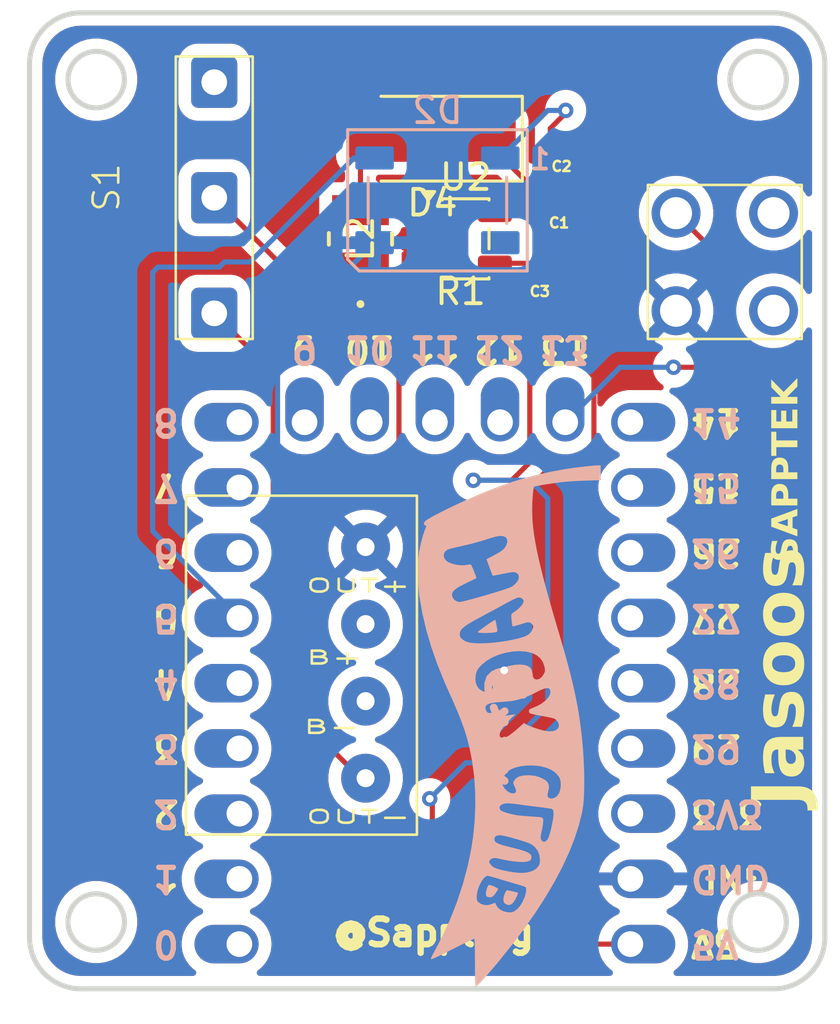
<source format=kicad_pcb>
(kicad_pcb (version 20241229) (generator "pcbnew") (generator_version "9.0")
  (layers (0 "F.Cu" signal) (2 "B.Cu" signal) (13 "F.Paste" user) (15 "B.Paste" user) (5 "F.SilkS" user "F.Silkscreen") (7 "B.SilkS" user "B.Silkscreen") (1 "F.Mask" user) (3 "B.Mask" user) (25 "Edge.Cuts" user))
  (net 0 "")
  (net 1 "5V")
  (net 2 "GND")
  (net 3 "Net-(C3-Pad1)")
  (net 5 "LED DIN")
  (net 6 "Net-(D4-A)")
  (net 7 "Net-(L2-Pad1)")
  (net 8 "Net-(TP1-OUT+)")
  (net 10 "-BATT")
  (net 11 "+BATT")
  (net 13 "MOSI")
  (net 18 "SD")
  (net 19 "3.3V")
  (net 21 "pushPin")
  (net 22 "WS")
  (net 24 "CS")
  (net 25 "MISO")
  (net 29 "SCK2")
  (net 30 "SCK")
  (footprint "GRM21BZ71A226ME15L:CAPC2012X145N" (layer "F.Cu") (at 166.5 59.5)
    (property "Reference" "C1" (at -0.46 -1.32 0) (layer "F.SilkS") (effects (font (size 0.393701 0.393701))))
    (property "Value" "22 µF")
    (pad "1" smd rect (at -0.9 0) (size 1.11 1.47) (layers "F.Cu" "F.Mask" "F.Paste") (net 1 "5V"))
    (pad "2" smd rect (at 0.9 0) (size 1.11 1.47) (layers "F.Cu" "F.Mask" "F.Paste") (net 2 "GND"))
  )
  (footprint "ScottoKeebs_MCU:RP2040_Zero" (layer "F.Cu") (at 161.2 76.1 180)
    (property "Reference" "U1" (hide yes))
    (property "Value" "RP2040_Zero" (hide yes))
    (fp_text user "10" (at 2.54 12.41 180) (layer "F.SilkS") (effects (font (thickness 0.2) (bold yes)) (justify top)))
    (fp_text user "28" (at -9.87 0 180) (layer "F.SilkS") (effects (font (thickness 0.2) (bold yes)) (justify right)))
    (fp_text user "0" (at 9.87 -10.16 180) (layer "F.SilkS") (effects (font (thickness 0.2) (bold yes)) (justify left)))
    (fp_text user "7" (at 9.87 7.62 180) (layer "F.SilkS") (effects (font (thickness 0.2) (bold yes)) (justify left)))
    (fp_text user "9" (at 5.08 12.41 180) (layer "F.SilkS") (effects (font (thickness 0.2) (bold yes)) (justify top)))
    (fp_text user "1" (at 9.87 -7.62 180) (layer "F.SilkS") (effects (font (thickness 0.2) (bold yes)) (justify left)))
    (fp_text user "3" (at 9.87 -2.54 180) (layer "F.SilkS") (effects (font (thickness 0.2) (bold yes)) (justify left)))
    (fp_text user "3V3" (at -9.87 -5.08 180) (layer "F.SilkS") (effects (font (thickness 0.2) (bold yes)) (justify right)))
    (fp_text user "13" (at -5.08 12.41 180) (layer "F.SilkS") (effects (font (thickness 0.2) (bold yes)) (justify top)))
    (fp_text user "GND" (at -9.87 -7.62 180) (layer "F.SilkS") (effects (font (thickness 0.2) (bold yes)) (justify right)))
    (fp_text user "5" (at 9.87 2.54 180) (layer "F.SilkS") (effects (font (thickness 0.2) (bold yes)) (justify left)))
    (fp_text user "4" (at 9.87 0 180) (layer "F.SilkS") (effects (font (thickness 0.2) (bold yes)) (justify left)))
    (fp_text user "2" (at 9.87 -5.08 180) (layer "F.SilkS") (effects (font (thickness 0.2) (bold yes)) (justify left)))
    (fp_text user "14" (at -9.87 10.16 180) (layer "F.SilkS") (effects (font (thickness 0.2) (bold yes)) (justify right)))
    (fp_text user "8" (at 9.87 10.16 180) (layer "F.SilkS") (effects (font (thickness 0.2) (bold yes)) (justify left)))
    (fp_text user "12" (at -2.5 12.41 180) (layer "F.SilkS") (effects (font (thickness 0.2) (bold yes)) (justify top)))
    (fp_text user "15" (at -9.87 7.62 180) (layer "F.SilkS") (effects (font (thickness 0.2) (bold yes)) (justify right)))
    (fp_text user "26" (at -9.879098 5.080992 180) (layer "F.SilkS") (effects (font (thickness 0.2) (bold yes)) (justify right)))
    (fp_text user "11" (at 0 12.41 180) (layer "F.SilkS") (effects (font (thickness 0.2) (bold yes)) (justify top)))
    (fp_text user "27" (at -9.87 2.54 180) (layer "F.SilkS") (effects (font (thickness 0.2) (bold yes)) (justify right)))
    (fp_text user "5V" (at -9.87 -10.12 180) (layer "F.SilkS") (effects (font (thickness 0.2) (bold yes)) (justify right)))
    (fp_text user "29" (at -9.87 -2.54 180) (layer "F.SilkS") (effects (font (thickness 0.2) (bold yes)) (justify right)))
    (fp_text user "6" (at 9.87 5.08 180) (layer "F.SilkS") (effects (font (thickness 0.2) (bold yes)) (justify left)))
    (fp_text user "5V" (at -9.879098 -10.16 180) (layer "B.SilkS") (effects (font (thickness 0.2) (bold yes)) (justify left mirror)))
    (fp_text user "2" (at 9.87 -5.08 180) (layer "B.SilkS") (effects (font (thickness 0.2) (bold yes)) (justify right mirror)))
    (fp_text user "5" (at 9.87 2.54 180) (layer "B.SilkS") (effects (font (thickness 0.2) (bold yes)) (justify right mirror)))
    (fp_text user "10" (at 2.54 12.41 180) (layer "B.SilkS") (effects (font (thickness 0.2) (bold yes)) (justify top mirror)))
    (fp_text user "26" (at -9.87 5.080992 180) (layer "B.SilkS") (effects (font (thickness 0.2) (bold yes)) (justify left mirror)))
    (fp_text user "11" (at 0 12.41 180) (layer "B.SilkS") (effects (font (thickness 0.2) (bold yes)) (justify top mirror)))
    (fp_text user "9" (at 5.08 12.41 180) (layer "B.SilkS") (effects (font (thickness 0.2) (bold yes)) (justify top mirror)))
    (fp_text user "1" (at 9.87 -7.62 180) (layer "B.SilkS") (effects (font (thickness 0.2) (bold yes)) (justify right mirror)))
    (fp_text user "3" (at 9.87 -2.54 180) (layer "B.SilkS") (effects (font (thickness 0.2) (bold yes)) (justify right mirror)))
    (fp_text user "GND" (at -9.879098 -7.62 180) (layer "B.SilkS") (effects (font (thickness 0.2) (bold yes)) (justify left mirror)))
    (fp_text user "12" (at -2.54 12.41 180) (layer "B.SilkS") (effects (font (thickness 0.2) (bold yes)) (justify top mirror)))
    (fp_text user "29" (at -9.879098 -2.54 180) (layer "B.SilkS") (effects (font (thickness 0.2) (bold yes)) (justify left mirror)))
    (fp_text user "3V3" (at -9.879098 -5.08 180) (layer "B.SilkS") (effects (font (thickness 0.2) (bold yes)) (justify left mirror)))
    (fp_text user "14" (at -9.879098 10.16 180) (layer "B.SilkS") (effects (font (thickness 0.2) (bold yes)) (justify left mirror)))
    (fp_text user "8" (at 9.87 10.16 180) (layer "B.SilkS") (effects (font (thickness 0.2) (bold yes)) (justify right mirror)))
    (fp_text user "6" (at 9.87 5.08 180) (layer "B.SilkS") (effects (font (thickness 0.2) (bold yes)) (justify right mirror)))
    (fp_text user "28" (at -9.879098 0 180) (layer "B.SilkS") (effects (font (thickness 0.2) (bold yes)) (justify left mirror)))
    (fp_text user "7" (at 9.87 7.62 180) (layer "B.SilkS") (effects (font (thickness 0.2) (bold yes)) (justify right mirror)))
    (fp_text user "15" (at -9.879098 7.62 180) (layer "B.SilkS") (effects (font (thickness 0.2) (bold yes)) (justify left mirror)))
    (fp_text user "27" (at -9.879098 2.54 180) (layer "B.SilkS") (effects (font (thickness 0.2) (bold yes)) (justify left mirror)))
    (fp_text user "4" (at 9.87 0 180) (layer "B.SilkS") (effects (font (thickness 0.2) (bold yes)) (justify right mirror)))
    (fp_text user "13" (at -5.04 12.41 180) (layer "B.SilkS") (effects (font (thickness 0.2) (bold yes)) (justify top mirror)))
    (fp_text user "0" (at 9.87 -10.16 180) (layer "B.SilkS") (effects (font (thickness 0.2) (bold yes)) (justify right mirror)))
    (pad "1" thru_hole oval (at 7.62 -10.16) (size 2.5 1.5) (drill 1 (offset -0.5 0)) (layers "*.Cu" "*.Mask"))
    (pad "2" thru_hole oval (at 7.62 -7.62) (size 2.5 1.5) (drill 1 (offset -0.5 0)) (layers "*.Cu" "*.Mask") (net 24 "CS"))
    (pad "3" thru_hole oval (at 7.62 -5.08) (size 2.5 1.5) (drill 1 (offset -0.5 0)) (layers "*.Cu" "*.Mask") (net 30 "SCK"))
    (pad "4" thru_hole oval (at 7.62 -2.54) (size 2.5 1.5) (drill 1 (offset -0.5 0)) (layers "*.Cu" "*.Mask") (net 13 "MOSI"))
    (pad "5" thru_hole oval (at 7.62 0) (size 2.5 1.5) (drill 1 (offset -0.5 0)) (layers "*.Cu" "*.Mask") (net 25 "MISO"))
    (pad "6" thru_hole oval (at 7.62 2.54) (size 2.5 1.5) (drill 1 (offset -0.5 0)) (layers "*.Cu" "*.Mask") (net 5 "LED DIN"))
    (pad "7" thru_hole oval (at 7.62 5.08) (size 2.5 1.5) (drill 1 (offset -0.5 0)) (layers "*.Cu" "*.Mask") (net 29 "SCK2"))
    (pad "8" thru_hole oval (at 7.62 7.62) (size 2.5 1.5) (drill 1 (offset -0.5 0)) (layers "*.Cu" "*.Mask"))
    (pad "9" thru_hole oval (at 7.62 10.16) (size 2.5 1.5) (drill 1 (offset -0.5 0)) (layers "*.Cu" "*.Mask"))
    (pad "10" thru_hole oval (at 5.08 10.16 270) (size 2.5 1.5) (drill 1 (offset -0.5 0)) (layers "*.Cu" "*.Mask"))
    (pad "11" thru_hole oval (at 2.54 10.16 270) (size 2.5 1.5) (drill 1 (offset -0.5 0)) (layers "*.Cu" "*.Mask"))
    (pad "12" thru_hole oval (at 0 10.16 270) (size 2.5 1.5) (drill 1 (offset -0.5 0)) (layers "*.Cu" "*.Mask") (net 22 "WS"))
    (pad "13" thru_hole oval (at -2.54 10.16 270) (size 2.5 1.5) (drill 1 (offset -0.5 0)) (layers "*.Cu" "*.Mask") (net 18 "SD"))
    (pad "14" thru_hole oval (at -5.08 10.16 270) (size 2.5 1.5) (drill 1 (offset -0.5 0)) (layers "*.Cu" "*.Mask") (net 21 "pushPin"))
    (pad "15" thru_hole oval (at -7.62 10.16 180) (size 2.5 1.5) (drill 1 (offset -0.5 0)) (layers "*.Cu" "*.Mask"))
    (pad "16" thru_hole oval (at -7.62 7.62 180) (size 2.5 1.5) (drill 1 (offset -0.5 0)) (layers "*.Cu" "*.Mask"))
    (pad "17" thru_hole oval (at -7.62 5.08 180) (size 2.5 1.5) (drill 1 (offset -0.5 0)) (layers "*.Cu" "*.Mask"))
    (pad "18" thru_hole oval (at -7.62 2.54 180) (size 2.5 1.5) (drill 1 (offset -0.5 0)) (layers "*.Cu" "*.Mask"))
    (pad "19" thru_hole oval (at -7.62 0 180) (size 2.5 1.5) (drill 1 (offset -0.5 0)) (layers "*.Cu" "*.Mask"))
    (pad "20" thru_hole oval (at -7.62 -2.54 180) (size 2.5 1.5) (drill 1 (offset -0.5 0)) (layers "*.Cu" "*.Mask"))
    (pad "21" thru_hole oval (at -7.62 -5.08 180) (size 2.5 1.5) (drill 1 (offset -0.5 0)) (layers "*.Cu" "*.Mask") (net 19 "3.3V"))
    (pad "22" thru_hole oval (at -7.62 -7.62 180) (size 2.5 1.5) (drill 1 (offset -0.5 0)) (layers "*.Cu" "*.Mask") (net 2 "GND"))
    (pad "23" thru_hole oval (at -7.62 -10.16 180) (size 2.5 1.5) (drill 1 (offset -0.5 0)) (layers "*.Cu" "*.Mask") (net 1 "5V"))
  )
  (footprint "Package_TO_SOT_SMD:SOT-23-5" (layer "F.Cu") (at 162.4 58.8)
    (property "Reference" "U2" (at 0 -2.4 0) (layer "F.SilkS"))
    (property "Value" "TPS613222ADBV")
    (fp_line (start -0.91 -1.56) (end 0.91 -1.56) (stroke (width 0.12)) (layer "F.SilkS"))
    (fp_line (start -0.91 -1.51) (end -0.91 -1.56) (stroke (width 0.12)) (layer "F.SilkS"))
    (fp_line (start -0.91 1.56) (end -0.91 1.51) (stroke (width 0.12)) (layer "F.SilkS"))
    (fp_line (start 0.91 -1.56) (end 0.91 -1.51) (stroke (width 0.12)) (layer "F.SilkS"))
    (fp_line (start 0.91 -0.39) (end 0.91 0.39) (stroke (width 0.12)) (layer "F.SilkS"))
    (fp_line (start 0.91 1.51) (end 0.91 1.56) (stroke (width 0.12)) (layer "F.SilkS"))
    (fp_line (start 0.91 1.56) (end -0.91 1.56) (stroke (width 0.12)) (layer "F.SilkS"))
    (fp_poly (pts (xy -1.45 -1.51) (xy -1.69 -1.84) (xy -1.21 -1.84)) (stroke (width 0.12)) (fill yes) (layer "F.SilkS"))
    (pad "1" smd roundrect (at -1.1375 -0.95) (size 1.325 0.6) (layers "F.Cu" "F.Mask" "F.Paste") (net 6 "Net-(D4-A)"))
    (pad "2" smd roundrect (at -1.1375 0) (size 1.325 0.6) (layers "F.Cu" "F.Mask" "F.Paste") (net 2 "GND"))
    (pad "3" smd roundrect (at -1.1375 0.95) (size 1.325 0.6) (layers "F.Cu" "F.Mask" "F.Paste"))
    (pad "4" smd roundrect (at 1.1375 0.95) (size 1.325 0.6) (layers "F.Cu" "F.Mask" "F.Paste") (net 1 "5V"))
    (pad "5" smd roundrect (at 1.1375 -0.95) (size 1.325 0.6) (layers "F.Cu" "F.Mask" "F.Paste"))
  )
  (footprint "Resistor_SMD:R_0201_0603Metric" (layer "F.Cu") (at 162.2 61.9)
    (property "Reference" "R1" (at 0 -1.05 0) (layer "F.SilkS"))
    (property "Value" "5")
    (pad "1" smd roundrect (at -0.32 0) (size 0.46 0.4) (layers "F.Cu" "F.Mask") (net 6 "Net-(D4-A)"))
    (pad "2" smd roundrect (at 0.32 0) (size 0.46 0.4) (layers "F.Cu" "F.Mask") (net 3 "Net-(C3-Pad1)"))
  )
  (footprint "Diode_SMD:D_SMA" (layer "F.Cu") (at 161.1 54.9 180)
    (property "Reference" "D4" (at 0 -2.5 0) (layer "F.SilkS"))
    (property "Value" "SS34" (hide yes))
    (fp_line (start -3.51 1.65) (end 2 1.65) (stroke (width 0.12)) (layer "F.SilkS"))
    (fp_line (start -3.51 -1.65) (end 2 -1.65) (stroke (width 0.12)) (layer "F.SilkS"))
    (fp_line (start -3.51 -1.65) (end -3.51 1.65) (stroke (width 0.12)) (layer "F.SilkS"))
    (pad "1" smd roundrect (at -2 0 180) (size 2.5 1.8) (layers "F.Cu" "F.Mask" "F.Paste") (roundrect_rratio 0.1388888889) (net 1 "5V"))
    (pad "2" smd roundrect (at 2 0 180) (size 2.5 1.8) (layers "F.Cu" "F.Mask" "F.Paste") (roundrect_rratio 0.1388888889) (net 6 "Net-(D4-A)"))
  )
  (footprint "tp4056:Untitled" (layer "F.Cu") (at 144.5 68.8)
    (property "Reference" "TP1" (hide yes))
    (property "Value" "TP4056")
    (fp_rect (start 7 0) (end 16 13.2) (stroke (width 0.1)) (fill no) (layer "F.SilkS"))
    (fp_text user "OUT+" (at 11.6 3.8 0) (layer "F.SilkS") (effects (font (size 0.5 1) (thickness 0.1)) (justify left bottom)))
    (fp_text user "B+" (at 11.6 6.6 0) (layer "F.SilkS") (effects (font (size 0.5 1) (thickness 0.1)) (justify left bottom)))
    (fp_text user "B-" (at 11.5 9.3 0) (layer "F.SilkS") (effects (font (size 0.5 1) (thickness 0.1)) (justify left bottom)))
    (fp_text user "OUT-" (at 11.6 12.8 0) (layer "F.SilkS") (effects (font (size 0.5 1) (thickness 0.1)) (justify left bottom)))
    (pad "1" thru_hole circle (at 14 2) (size 1.905 1.905) (drill 0.7) (layers "*.Cu" "*.Mask") (net 2 "GND"))
    (pad "2" thru_hole circle (at 14 5) (size 1.905 1.905) (drill 0.7) (layers "*.Cu" "*.Mask") (net 10 "-BATT"))
    (pad "3" thru_hole circle (at 14 8) (size 1.905 1.905) (drill 0.7) (layers "*.Cu" "*.Mask") (net 11 "+BATT"))
    (pad "4" thru_hole circle (at 14 11) (size 1.905 1.905) (drill 0.7) (layers "*.Cu" "*.Mask") (net 8 "Net-(TP1-OUT+)"))
  )
  (footprint "footprints:IND_DFE252012_MUR" (layer "F.Cu") (at 158.3 58.8 90)
    (property "Reference" "L2" (at 0 0 90) (layer "F.SilkS"))
    (property "Value" "DFE252012F-2R2M=P2" (hide yes))
    (fp_line (start 0.22585 -1.2319) (end -0.22585 -1.2319) (stroke (width 0.1524)) (layer "F.SilkS"))
    (fp_line (start -0.22585 1.2319) (end 0.22585 1.2319) (stroke (width 0.1524)) (layer "F.SilkS"))
    (fp_circle (center -2.54 0) (end -2.4638 0) (stroke (width 0.1524)) (fill no) (layer "F.SilkS"))
    (pad "1" smd rect (at -1.1176 0 90) (size 1.1684 2.2098) (layers "F.Cu" "F.Mask" "F.Paste") (net 7 "Net-(L2-Pad1)"))
    (pad "2" smd rect (at 1.1176 0 90) (size 1.1684 2.2098) (layers "F.Cu" "F.Mask" "F.Paste") (net 6 "Net-(D4-A)"))
    (zone (net 0) (net_name "") (layer "F.Cu") (connect_pads (clearance 0)) (min_thickness 0.254)
      (keepout (tracks not_allowed) (vias not_allowed) (pads allowed) (copperpour not_allowed) (footprints allowed))
      (fill (thermal_gap 0.508) (thermal_bridge_width 0.508))
      (polygon (pts (xy 157.2459 59.2826) (xy 157.2459 58.3174) (xy 159.3541 58.3174) (xy 159.3541 59.2826)))
    )
  )
  (footprint "slideswitch:Untitled" (layer "F.Cu") (at 151.1 62.7 90)
    (property "Reference" "S1" (at 5.9 -2.7 90) (layer "F.SilkS") (effects (font (thickness 0.1))))
    (property "Value" "EG1218")
    (fp_rect (start 0 0) (end 11 3) (stroke (width 0.1)) (fill no) (layer "F.SilkS"))
    (pad "1" thru_hole roundrect (at 1 1.5 90) (size 2 1.8) (drill 1) (layers "*.Cu" "*.Mask") (roundrect_rratio 0.15) (net 8 "Net-(TP1-OUT+)"))
    (pad "2" thru_hole roundrect (at 5.5 1.5 90) (size 2 1.8) (drill 1) (layers "*.Cu" "*.Mask") (roundrect_rratio 0.15) (net 7 "Net-(L2-Pad1)"))
    (pad "3" thru_hole roundrect (at 10 1.5 90) (size 2 1.8) (drill 1) (layers "*.Cu" "*.Mask") (roundrect_rratio 0.15))
  )
  (footprint "GRM21BZ71A226ME15L:CAPC2012X145N" (layer "F.Cu") (at 166.6 57.3)
    (property "Reference" "C2" (at -0.46 -1.32 0) (layer "F.SilkS") (effects (font (size 0.393701 0.393701))))
    (property "Value" "22 µF")
    (pad "1" smd rect (at -0.9 0) (size 1.11 1.47) (layers "F.Cu" "F.Mask" "F.Paste") (net 1 "5V"))
    (pad "2" smd rect (at 0.9 0) (size 1.11 1.47) (layers "F.Cu" "F.Mask" "F.Paste") (net 2 "GND"))
  )
  (footprint "pushButton:Untitled" (layer "F.Cu") (at 169.5 56.7)
    (property "Reference" "U3" (hide yes))
    (property "Value" "PUSHBUTTON")
    (fp_rect (start 0 0) (end 6 6) (stroke (width 0.1)) (fill no) (layer "F.SilkS"))
    (pad "1" thru_hole circle (at 1.1 1.1) (size 1.905 1.905) (drill 1.25) (layers "*.Cu" "*.Mask") (net 21 "pushPin"))
    (pad "2" thru_hole circle (at 4.9 1.1) (size 1.905 1.905) (drill 1.25) (layers "*.Cu" "*.Mask"))
    (pad "3" thru_hole circle (at 1.1 4.9) (size 1.905 1.905) (drill 1.25) (layers "*.Cu" "*.Mask") (net 2 "GND"))
    (pad "4" thru_hole circle (at 4.9 4.9) (size 1.905 1.905) (drill 1.25) (layers "*.Cu" "*.Mask"))
  )
  (footprint "GRM1885C1H121JA01D:CAPC1608X90N" (layer "F.Cu") (at 165.5 61.9)
    (property "Reference" "C3" (at -0.21 -1.05 0) (layer "F.SilkS") (effects (font (size 0.393701 0.393701))))
    (property "Value" "120pF")
    (pad "1" smd rect (at -0.77 0) (size 0.89 0.93) (layers "F.Cu" "F.Mask" "F.Paste") (net 3 "Net-(C3-Pad1)"))
    (pad "2" smd rect (at 0.77 0) (size 0.89 0.93) (layers "F.Cu" "F.Mask" "F.Paste") (net 1 "5V"))
  )
  (footprint "Sappteklogo:HackClubLOGO" (layer "B.Cu") (at 164.1 77.8 -90)
    (property "Reference" "G***" (at 0 0 90) (layer "B.SilkS") (effects (font (size 1.5 1.5) (thickness 0.3)) (justify mirror)))
    (property "Value" "LOGO" (hide yes))
    (fp_poly (pts (xy 6.585929 0.896475) (xy 6.616338 0.867004) (xy 6.641332 0.771727) (xy 6.62279 0.676097) (xy 6.60495 0.644627) (xy 6.566358 0.604532) (xy 6.503681 0.55314) (xy 6.43141 0.500766) (xy 6.364036 0.457721) (xy 6.31605 0.43432) (xy 6.307139 0.432666) (xy 6.286533 0.454108) (xy 6.25407 0.510002) (xy 6.221003 0.579008) (xy 6.176149 0.685211) (xy 6.155507 0.756092) (xy 6.160985 0.802088) (xy 6.194491 0.833633) (xy 6.257934 0.861162) (xy 6.273647 0.866842) (xy 6.405128 0.90392) (xy 6.511403 0.913799)) (fill yes) (layer "B.SilkS"))
    (fp_poly (pts (xy 6.797732 0.221588) (xy 6.859633 0.193694) (xy 6.904461 0.137151) (xy 6.912475 0.122313) (xy 6.940634 0.02835) (xy 6.923135 -0.059314) (xy 6.85862 -0.14253) (xy 6.745735 -0.223147) (xy 6.608775 -0.291878) (xy 6.521891 -0.326663) (xy 6.472157 -0.336727) (xy 6.453315 -0.324526) (xy 6.436267 -0.261453) (xy 6.415416 -0.175141) (xy 6.394246 -0.081337) (xy 6.376243 0.004208) (xy 6.364893 0.065747) (xy 6.362725 0.084812) (xy 6.385224 0.116482) (xy 6.443182 0.152758) (xy 6.522288 0.187566) (xy 6.608232 0.214832) (xy 6.686704 0.228483) (xy 6.702586 0.229058)) (fill yes) (layer "B.SilkS"))
    (fp_poly (pts (xy -3.670216 1.210762) (xy -3.660903 1.147097) (xy -3.655187 1.054112) (xy -3.653204 0.942541) (xy -3.655094 0.823122) (xy -3.660993 0.70659) (xy -3.67104 0.603683) (xy -3.674578 0.579008) (xy -3.683981 0.521616) (xy -3.696922 0.485316) (xy -3.722812 0.467497) (xy -3.771061 0.465548) (xy -3.85108 0.476859) (xy -3.967035 0.497861) (xy -4.058944 0.515883) (xy -4.129486 0.532053) (xy -4.165284 0.543258) (xy -4.166855 0.544343) (xy -4.158601 0.569341) (xy -4.125636 0.626572) (xy -4.073868 0.707608) (xy -4.009208 0.804023) (xy -3.937565 0.907387) (xy -3.86485 1.009273) (xy -3.796972 1.101255) (xy -3.739841 1.174903) (xy -3.699366 1.22179) (xy -3.682988 1.234369)) (fill yes) (layer "B.SilkS"))
    (fp_poly (pts (xy -5.905631 3.549133) (xy -5.687192 3.544661) (xy -5.478968 3.5368) (xy -5.291119 3.525631) (xy -5.133808 3.511238) (xy -5.077456 3.503986) (xy -4.427883 3.390441) (xy -3.771776 3.236222) (xy -3.105524 3.040221) (xy -2.425516 2.801329) (xy -1.728142 2.518436) (xy -1.407706 2.376489) (xy -1.044135 2.213301) (xy -0.718745 2.071866) (xy -0.424824 1.94994) (xy -0.155663 1.845277) (xy 0.095448 1.755636) (xy 0.335221 1.678771) (xy 0.570364 1.612438) (xy 0.80759 1.554394) (xy 1.053607 1.502395) (xy 1.315126 1.454197) (xy 1.387073 1.441913) (xy 1.93019 1.370006) (xy 2.501692 1.331104) (xy 3.091309 1.325096) (xy 3.688767 1.351874) (xy 4.283794 1.411329) (xy 4.722002 1.477249) (xy 5.414494 1.619754) (xy 6.113258 1.807232) (xy 6.808753 2.036272) (xy 7.491438 2.303463) (xy 8.151772 2.605395) (xy 8.729659 2.909975) (xy 8.86832 2.985152) (xy 8.968862 3.032938) (xy 9.029891 3.052721) (xy 9.047795 3.050192) (xy 9.04382 3.019861) (xy 9.015302 2.945405) (xy 8.962413 2.827195) (xy 8.885327 2.665605) (xy 8.784216 2.461006) (xy 8.659256 2.213771) (xy 8.653306 2.202103) (xy 8.557757 2.01327) (xy 8.470877 1.838639) (xy 8.395124 1.683381) (xy 8.332959 1.552667) (xy 8.28684 1.451667) (xy 8.259227 1.385553) (xy 8.252554 1.359519) (xy 8.281576 1.355035) (xy 8.355674 1.350809) (xy 8.469025 1.346973) (xy 8.615804 1.343661) (xy 8.790185 1.341003) (xy 8.986344 1.339132) (xy 9.192117 1.338194) (xy 9.459646 1.337034) (xy 9.678511 1.334793) (xy 9.850941 1.331398) (xy 9.979164 1.326776) (xy 10.065409 1.320854) (xy 10.111903 1.313561) (xy 10.121904 1.307938) (xy 10.106594 1.281258) (xy 10.055868 1.225857) (xy 9.973663 1.145301) (xy 9.863915 1.043155) (xy 9.730561 0.922985) (xy 9.577537 0.788356) (xy 9.40878 0.642834) (xy 9.228227 0.489983) (xy 9.109406 0.390877) (xy 8.46725 -0.125432) (xy 7.836265 -0.600333) (xy 7.217473 -1.033258) (xy 6.611897 -1.423641) (xy 6.020561 -1.770918) (xy 5.444487 -2.07452) (xy 4.884699 -2.333883) (xy 4.34222 -2.54844) (xy 3.818073 -2.717625) (xy 3.31328 -2.840872) (xy 3.244989 -2.854281) (xy 3.041346 -2.884268) (xy 2.794033 -2.905887) (xy 2.509579 -2.919208) (xy 2.194513 -2.924299) (xy 1.855363 -2.921231) (xy 1.498657 -2.910072) (xy 1.130924 -2.890893) (xy 0.758691 -2.863763) (xy 0.388489 -2.828752) (xy 0.337919 -2.823304) (xy 0.000797 -2.783465) (xy -0.32819 -2.738148) (xy -0.654743 -2.686075) (xy -0.984566 -2.625969) (xy -1.323359 -2.556552) (xy -1.676824 -2.476547) (xy -2.050664 -2.384676) (xy -2.45058 -2.279662) (xy -2.882274 -2.160226) (xy -3.351448 -2.025092) (xy -3.746588 -1.908117) (xy -4.310068 -1.741451) (xy -4.828872 -1.591918) (xy -5.250924 -1.474227) (xy -1.50853 -1.474227) (xy -1.494343 -1.544808) (xy -1.447222 -1.586884) (xy -1.367146 -1.603049) (xy -1.349601 -1.603407) (xy -1.240931 -1.579342) (xy -1.127879 -1.510873) (xy -1.015655 -1.403584) (xy -0.909467 -1.263059) (xy -0.814525 -1.094883) (xy -0.760853 -0.972219) (xy -0.720672 -0.871742) (xy -0.691568 -0.810001) (xy -0.666578 -0.778137) (xy -0.63874 -0.767287) (xy -0.601092 -0.76859) (xy -0.600875 -0.768611) (xy -0.575241 -0.771263) (xy -0.554631 -0.777357) (xy -0.537249 -0.792621) (xy -0.521301 -0.822782) (xy -0.50499 -0.873569) (xy -0.48652 -0.950708) (xy -0.464097 -1.059927) (xy -0.435924 -1.206955) (xy -0.400205 -1.397518) (xy -0.395015 -1.42525) (xy -0.368366 -1.564183) (xy -0.346855 -1.662838) (xy -0.326936 -1.731096) (xy -0.305066 -1.778837) (xy -0.277699 -1.815938) (xy -0.242071 -1.851553) (xy -0.147462 -1.915009) (xy -0.051201 -1.935873) (xy 0.036731 -1.913183) (xy 0.077368 -1.88235) (xy 0.140933 -1.791381) (xy 0.17305 -1.674321) (xy 0.174091 -1.526702) (xy 0.144429 -1.344056) (xy 0.127974 -1.275367) (xy 0.084215 -1.120179) (xy 0.032993 -0.964168) (xy 0.025194 -0.943366) (xy 1.506083 -0.943366) (xy 1.532489 -1.192413) (xy 1.538389 -1.227106) (xy 1.59618 -1.45283) (xy 1.682071 -1.647167) (xy 1.793155 -1.805454) (xy 1.926523 -1.923028) (xy 1.997895 -1.963774) (xy 2.113139 -1.997679) (xy 2.253917 -2.007666) (xy 2.401373 -1.994722) (xy 2.536649 -1.959835) (xy 2.597692 -1.932384) (xy 2.697783 -1.856425) (xy 2.764526 -1.761512) (xy 2.791418 -1.658953) (xy 2.78685 -1.603301) (xy 2.757283 -1.531037) (xy 2.704325 -1.495001) (xy 2.62153 -1.492891) (xy 2.533707 -1.512843) (xy 2.382971 -1.545022) (xy 2.262994 -1.541377) (xy 2.165612 -1.498886) (xy 2.082658 -1.414526) (xy 2.02672 -1.325133) (xy 1.948482 -1.150919) (xy 1.902356 -0.968419) (xy 1.884454 -0.760957) (xy 1.883917 -0.712625) (xy 1.898007 -0.521213) (xy 1.939827 -0.367958) (xy 2.008545 -0.254898) (xy 2.099049 -0.186066) (xy 2.151144 -0.163385) (xy 2.192185 -0.157206) (xy 2.239744 -0.169506) (xy 2.311395 -0.202263) (xy 2.33183 -0.212261) (xy 2.440574 -0.256281) (xy 2.51707 -0.264294) (xy 2.565395 -0.235951) (xy 2.585626 -0.190537) (xy 2.58621 -0.091105) (xy 2.546524 0.012416) (xy 2.503929 0.071213) (xy 2.97785 0.071213) (xy 2.98153 -0.009337) (xy 2.991654 -0.125462) (xy 3.006736 -0.262456) (xy 3.025288 -0.405614) (xy 3.028044 -0.42508) (xy 3.049841 -0.581725) (xy 3.074836 -0.76844) (xy 3.10034 -0.964733) (xy 3.123663 -1.150113) (xy 3.129815 -1.200388) (xy 3.147838 -1.344043) (xy 3.164952 -1.471657) (xy 3.17982 -1.573924) (xy 3.191109 -1.641542) (xy 3.196222 -1.663418) (xy 3.233019 -1.703463) (xy 3.30707 -1.723896) (xy 3.421323 -1.724918) (xy 3.57873 -1.706732) (xy 3.652204 -1.694521) (xy 3.8442 -1.657133) (xy 4.02127 -1.616214) (xy 4.174842 -1.574145) (xy 4.296343 -1.533307) (xy 4.3772 -1.49608) (xy 4.385308 -1.490944) (xy 4.451653 -1.426784) (xy 4.475888 -1.357584) (xy 4.456314 -1.293328) (xy 4.424246 -1.26228) (xy 4.374366 -1.23598) (xy 4.314234 -1.224712) (xy 4.233631 -1.228731) (xy 4.122337 -1.248288) (xy 4.016491 -1.272367) (xy 3.898411 -1.296749) (xy 3.779949 -1.314773) (xy 3.683924 -1.323068) (xy 3.671777 -1.323268) (xy 3.620475 -1.323649) (xy 3.582056 -1.320296) (xy 3.554158 -1.306707) (xy 3.534417 -1.276375) (xy 3.52047 -1.222797) (xy 3.509956 -1.139468) (xy 3.50051 -1.019883) (xy 3.489769 -0.857539) (xy 3.486931 -0.814429) (xy 3.476052 -0.664217) (xy 3.463899 -0.519321) (xy 3.451711 -0.393175) (xy 3.440731 -0.299217) (xy 3.437075 -0.274392) (xy 3.409661 -0.131168) (xy 3.375421 0.010445) (xy 3.337734 0.139281) (xy 3.299979 0.244175) (xy 3.265538 0.313962) (xy 3.254621 0.328319) (xy 3.209472 0.360114) (xy 4.22098 0.360114) (xy 4.230061 0.284583) (xy 4.252952 0.171596) (xy 4.286741 0.031204) (xy 4.328516 -0.126541) (xy 4.375365 -0.29159) (xy 4.424374 -0.45389) (xy 4.472631 -0.603392) (xy 4.517224 -0.730044) (xy 4.55524 -0.823796) (xy 4.575366 -0.862852) (xy 4.693332 -1.011176) (xy 4.836689 -1.115603) (xy 5.006458 -1.176692) (xy 5.181857 -1.195075) (xy 5.288087 -1.190117) (xy 5.36542 -1.170115) (xy 5.423035 -1.138322) (xy 5.520536 -1.052829) (xy 5.593453 -0.940441) (xy 5.64739 -0.791551) (xy 5.663488 -0.726052) (xy 5.684134 -0.584748) (xy 5.686732 -0.421678) (xy 5.670791 -0.230221) (xy 5.635819 -0.003753) (xy 5.594554 0.203607) (xy 5.55687 0.36686) (xy 5.521151 0.489213) (xy 5.483318 0.580306) (xy 5.439293 0.649781) (xy 5.384996 0.707279) (xy 5.379346 0.712302) (xy 5.30528 0.768568) (xy 5.249326 0.785239) (xy 5.199385 0.763688) (xy 5.170102 0.736045) (xy 5.126973 0.672536) (xy 5.108881 0.594932) (xy 5.115053 0.492594) (xy 5.142886 0.361982) (xy 5.183809 0.179758) (xy 5.218186 -0.016397) (xy 5.244186 -0.211974) (xy 5.259983 -0.392467) (xy 5.263746 -0.543368) (xy 5.262078 -0.583549) (xy 5.244507 -0.71502) (xy 5.209556 -0.802522) (xy 5.154009 -0.850978) (xy 5.078067 -0.86533) (xy 5.024557 -0.858668) (xy 4.977 -0.835683) (xy 4.933324 -0.791876) (xy 4.891456 -0.722752) (xy 4.849324 -0.623812) (xy 4.804856 -0.490558) (xy 4.755978 -0.318494) (xy 4.70062 -0.103121) (xy 4.670703 0.018754) (xy 4.622664 0.205845) (xy 4.579335 0.348102) (xy 4.537941 0.451039) (xy 4.495708 0.520169) (xy 4.449861 0.561007) (xy 4.397626 0.579067) (xy 4.388167 0.580243) (xy 4.304628 0.568636) (xy 4.249359 0.515169) (xy 4.223072 0.420776) (xy 4.22098 0.360114) (xy 3.209472 0.360114) (xy 3.185849 0.37675) (xy 3.119108 0.379334) (xy 3.059727 0.341021) (xy 3.013034 0.266761) (xy 2.984355 0.161501) (xy 2.97785 0.071213) (xy 2.503929 0.071213) (xy 2.475379 0.110622) (xy 2.381585 0.194109) (xy 2.273954 0.253472) (xy 2.161296 0.279307) (xy 2.145055 0.279712) (xy 2.054059 0.262687) (xy 1.946669 0.218617) (xy 1.841719 0.157197) (xy 1.758042 0.088123) (xy 1.745159 0.073818) (xy 1.652449 -0.070364) (xy 1.58081 -0.252828) (xy 1.53162 -0.464919) (xy 1.506252 -0.697984) (xy 1.506083 -0.943366) (xy 0.025194 -0.943366) (xy -0.020639 -0.821114) (xy -0.07163 -0.704797) (xy -0.101611 -0.648998) (xy -0.148257 -0.572645) (xy -0.03457 -0.445391) (xy 0.119319 -0.269415) (xy 0.23887 -0.123719) (xy 0.327028 -0.00393) (xy 0.386742 0.094327) (xy 0.420956 0.175424) (xy 0.432617 0.243734) (xy 0.432665 0.248155) (xy 0.41532 0.32872) (xy 0.366388 0.372613) (xy 0.290517 0.378909) (xy 0.192358 0.346682) (xy 0.125874 0.309225) (xy 0.032796 0.242743) (xy -0.081051 0.151414) (xy -0.201527 0.047432) (xy -0.314492 -0.057005) (xy -0.40428 -0.148039) (xy -0.490422 -0.241783) (xy -0.474475 -0.13998) (xy -0.447828 0.052356) (xy -0.42931 0.233357) (xy -0.419439 0.393871) (xy -0.418735 0.524746) (xy -0.427715 0.616828) (xy -0.430843 0.630244) (xy -0.477227 0.74258) (xy -0.54524 0.834483) (xy -0.561839 0.847822) (xy 5.802805 0.847822) (xy 5.810158 0.801642) (xy 5.830375 0.717502) (xy 5.860689 0.605886) (xy 5.898333 0.477276) (xy 5.914596 0.424156) (xy 5.96596 0.256005) (xy 6.022646 0.066383) (xy 6.077689 -0.1212) (xy 6.123202 -0.27996) (xy 6.16005 -0.405523) (xy 6.194439 -0.51328) (xy 6.223143 -0.593776) (xy 6.242936 -0.637555) (xy 6.246832 -0.642245) (xy 6.308654 -0.659579) (xy 6.405093 -0.655372) (xy 6.525218 -0.630807) (xy 6.61782 -0.602036) (xy 6.806759 -0.520567) (xy 6.96941 -0.420905) (xy 7.096442 -0.30943) (xy 7.154405 -0.235349) (xy 7.197788 -0.16229) (xy 7.219376 -0.102013) (xy 7.224462 -0.031907) (xy 7.220248 0.0459) (xy 7.188625 0.208066) (xy 7.122711 0.346532) (xy 7.027543 0.452584) (xy 6.959967 0.496293) (xy 6.897941 0.527286) (xy 6.859034 0.546192) (xy 6.853258 0.548712) (xy 6.858298 0.571058) (xy 6.877321 0.62718) (xy 6.897798 0.682602) (xy 6.938216 0.821895) (xy 6.94226 0.942007) (xy 6.91003 1.059264) (xy 6.900229 1.081664) (xy 6.849742 1.176754) (xy 6.79589 1.235116) (xy 6.725496 1.263922) (xy 6.625385 1.270345) (xy 6.559133 1.267344) (xy 6.425778 1.247298) (xy 6.286235 1.206771) (xy 6.149353 1.150673) (xy 6.023979 1.083912) (xy 5.918964 1.011395) (xy 5.843156 0.938032) (xy 5.805404 0.868731) (xy 5.802805 0.847822) (xy -0.561839 0.847822) (xy -0.626085 0.89945) (xy -0.710966 0.93098) (xy -0.791089 0.922569) (xy -0.811871 0.911924) (xy -0.859186 0.866706) (xy -0.896893 0.793127) (xy -0.926433 0.685757) (xy -0.949245 0.539164) (xy -0.966769 0.347919) (xy -0.968678 0.320322) (xy -0.979662 0.175144) (xy -0.992527 0.034) (xy -1.005782 -0.088293) (xy -1.017938 -0.17692) (xy -1.019661 -0.186874) (xy -1.068788 -0.387073) (xy -1.146961 -0.613949) (xy -1.249747 -0.855839) (xy -1.353675 -1.065522) (xy -1.438176 -1.237177) (xy -1.489801 -1.372547) (xy -1.50853 -1.474227) (xy -5.250924 -1.474227) (xy -5.306017 -1.458864) (xy -5.744519 -1.341635) (xy -6.147394 -1.239577) (xy -6.51766 -1.152035) (xy -6.858332 -1.078354) (xy -7.172428 -1.017881) (xy -7.462964 -0.969961) (xy -7.732956 -0.93394) (xy -7.98542 -0.909163) (xy -8.223375 -0.894976) (xy -8.436819 -0.890711) (xy -8.578323 -0.892773) (xy -8.730292 -0.898517) (xy -8.883553 -0.907196) (xy -9.028938 -0.918063) (xy -9.157274 -0.93037) (xy -9.259392 -0.943372) (xy -9.32612 -0.956321) (xy -9.346731 -0.96483) (xy -9.359127 -0.997321) (xy -9.376693 -1.072354) (xy -9.398125 -1.181981) (xy -9.422119 -1.318255) (xy -9.447369 -1.47323) (xy -9.472571 -1.638958) (xy -9.496421 -1.807493) (xy -9.517613 -1.970888) (xy -9.531582 -2.090784) (xy -9.544954 -2.23405) (xy -9.558119 -2.412832) (xy -9.570148 -2.611751) (xy -9.58011 -2.815425) (xy -9.587076 -3.008476) (xy -9.587107 -3.009569) (xy -9.602687 -3.563126) (xy -9.891524 -3.563126) (xy -10.180361 -3.563126) (xy -10.180361 -3.4422) (xy -10.176773 -3.358491) (xy -10.166778 -3.23432) (xy -10.151533 -3.079563) (xy -10.132191 -2.904094) (xy -10.109909 -2.71779) (xy -10.085843 -2.530525) (xy -10.061146 -2.352176) (xy -10.036975 -2.192616) (xy -10.02727 -2.133647) (xy -9.929027 -1.603878) (xy -9.817252 -1.099359) (xy -9.688579 -0.608829) (xy -9.617304 -0.375388) (xy -5.039279 -0.375388) (xy -5.021922 -0.453266) (xy -4.97818 -0.519089) (xy -4.92055 -0.556529) (xy -4.898035 -0.55992) (xy -4.820227 -0.538553) (xy -4.727851 -0.47953) (xy -4.629607 -0.390469) (xy -4.534194 -0.278985) (xy -4.469279 -0.184519) (xy -4.424398 -0.118997) (xy -4.384878 -0.087459) (xy -4.333182 -0.078429) (xy -4.307247 -0.0785) (xy -4.223618 -0.08299) (xy -4.12786 -0.09193) (xy -4.034562 -0.103449) (xy -3.958313 -0.115673) (xy -3.913702 -0.126733) (xy -3.908564 -0.129647) (xy -3.910893 -0.157424) (xy -3.926812 -0.223201) (xy -3.953607 -0.316757) (xy -3.98404 -0.41398) (xy -4.019774 -0.52879) (xy -4.048544 -0.629997) (xy -4.067017 -0.705309) (xy -4.072145 -0.739005) (xy -4.048902 -0.832539) (xy -3.984618 -0.903542) (xy -3.899534 -0.94007) (xy -3.873894 -0.932256) (xy -3.818655 -0.910785) (xy -3.79773 -0.902157) (xy -3.710923 -0.858177) (xy -3.639486 -0.801713) (xy -3.579732 -0.726023) (xy -3.527975 -0.624364) (xy -3.480525 -0.489994) (xy -3.455403 -0.396743) (xy -2.948207 -0.396743) (xy -2.929458 -0.652544) (xy -2.87526 -0.881361) (xy -2.790854 -1.060069) (xy -2.672242 -1.203222) (xy -2.52282 -1.307743) (xy -2.34598 -1.370554) (xy -2.332735 -1.373294) (xy -2.24251 -1.3897) (xy -2.181295 -1.39285) (xy -2.128282 -1.379923) (xy -2.062661 -1.348096) (xy -2.034476 -1.332847) (xy -1.932161 -1.258436) (xy -1.866097 -1.170252) (xy -1.841885 -1.077252) (xy -1.846958 -1.032783) (xy -1.86893 -0.975642) (xy -1.907599 -0.940551) (xy -1.975212 -0.920369) (xy -2.057057 -0.91028) (xy -2.192428 -0.881721) (xy -2.294781 -0.821816) (xy -2.366292 -0.727361) (xy -2.409137 -0.59515) (xy -2.425492 -0.42198) (xy -2.425643 -0.367399) (xy -2.411541 -0.194517) (xy -2.376073 -0.010194) (xy -2.323091 0.175688) (xy -2.256443 0.353246) (xy -2.179982 0.5126) (xy -2.097557 0.643868) (xy -2.013018 0.737169) (xy -1.98777 0.756311) (xy -1.910919 0.79965) (xy -1.847542 0.809084) (xy -1.781843 0.782883) (xy -1.705211 0.725351) (xy -1.603343 0.657373) (xy -1.516148 0.637178) (xy -1.441181 0.664613) (xy -1.399144 0.706263) (xy -1.363539 0.765454) (xy -1.352108 0.833423) (xy -1.355325 0.896519) (xy -1.391649 1.043485) (xy -1.466681 1.162052) (xy -1.575219 1.249568) (xy -1.71206 1.30338) (xy -1.872003 1.320838) (xy -2.049844 1.299289) (xy -2.112954 1.282756) (xy -2.192498 1.253174) (xy -2.264834 1.210134) (xy -2.343953 1.143963) (xy -2.416704 1.072786) (xy -2.570458 0.884631) (xy -2.701209 0.660704) (xy -2.806659 0.410804) (xy -2.884508 0.14473) (xy -2.932458 -0.127719) (xy -2.948207 -0.396743) (xy -3.455403 -0.396743) (xy -3.433696 -0.31617) (xy -3.401643 -0.177931) (xy -3.349407 0.086608) (xy -3.307528 0.359263) (xy -3.276635 0.630905) (xy -3.257353 0.892402) (xy -3.250311 1.134625) (xy -3.256136 1.348442) (xy -3.275456 1.524723) (xy -3.282176 1.560456) (xy -3.323797 1.692994) (xy -3.385871 1.804434) (xy -3.461402 1.885505) (xy -3.543395 1.926939) (xy -3.560856 1.929744) (xy -3.635463 1.930408) (xy -3.70457 1.914515) (xy -3.771737 1.878057) (xy -3.840525 1.817026) (xy -3.914494 1.727417) (xy -3.997205 1.605223) (xy -4.092217 1.446435) (xy -4.203092 1.247048) (xy -4.25789 1.145291) (xy -4.358574 0.957546) (xy -4.469175 0.752253) (xy -4.581622 0.54433) (xy -4.687844 0.348696) (xy -4.77977 0.18027) (xy -4.794875 0.152718) (xy -4.894801 -0.033432) (xy -4.96787 -0.178964) (xy -5.015021 -0.285906) (xy -5.037191 -0.356283) (xy -5.039279 -0.375388) (xy -9.617304 -0.375388) (xy -9.539641 -0.121026) (xy -9.379463 0.339677) (xy -7.432381 0.339677) (xy -7.424689 0.242302) (xy -7.39503 0.166648) (xy -7.378915 0.143412) (xy -7.306367 0.089613) (xy -7.209854 0.07706) (xy -7.095735 0.106118) (xy -7.055249 0.124924) (xy -6.981486 0.169515) (xy -6.915921 0.226398) (xy -6.852089 0.303714) (xy -6.783525 0.409604) (xy -6.703762 0.552208) (xy -6.679449 0.598096) (xy -6.623038 0.70528) (xy -6.575813 0.794682) (xy -6.542461 0.85745) (xy -6.527672 0.884731) (xy -6.527424 0.885126) (xy -6.504034 0.878703) (xy -6.443743 0.858079) (xy -6.357208 0.827189) (xy -6.255088 0.789972) (xy -6.148041 0.750365) (xy -6.046726 0.712305) (xy -5.961801 0.679729) (xy -5.903924 0.656575) (xy -5.884421 0.647593) (xy -5.886676 0.622292) (xy -5.897683 0.555532) (xy -5.915925 0.45571) (xy -5.939882 0.331222) (xy -5.958901 0.235586) (xy -5.989655 0.079333) (xy -6.010143 -0.035711) (xy -6.021244 -0.118003) (xy -6.023835 -0.176001) (xy -6.018795 -0.218162) (xy -6.009093 -0.248041) (xy -5.952162 -0.331979) (xy -5.871177 -0.37177) (xy -5.769679 -0.366037) (xy -5.734473 -0.354751) (xy -5.646558 -0.303686) (xy -5.555123 -0.22203) (xy -5.476822 -0.125923) (xy -5.447214 -0.076352) (xy -5.418503 -0.009263) (xy -5.379641 0.097873) (xy -5.332665 0.238037) (xy -5.27961 0.404214) (xy -5.22251 0.589386) (xy -5.163402 0.786537) (xy -5.104321 0.988651) (xy -5.047302 1.18871) (xy -4.994381 1.379698) (xy -4.947593 1.554599) (xy -4.908974 1.706395) (xy -4.880558 1.82807) (xy -4.864382 1.912608) (xy -4.861393 1.943148) (xy -4.882075 2.036711) (xy -4.936057 2.127212) (xy -5.009724 2.193863) (xy -5.033576 2.206078) (xy -5.115463 2.230295) (xy -5.190173 2.228087) (xy -5.261474 2.19588) (xy -5.333131 2.130099) (xy -5.408914 2.027171) (xy -5.492587 1.88352) (xy -5.587919 1.695573) (xy -5.601684 1.667034) (xy -5.662808 1.539892) (xy -5.715835 1.429939) (xy -5.757039 1.344873) (xy -5.782695 1.292392) (xy -5.789464 1.279081) (xy -5.814293 1.283712) (xy -5.874018 1.303936) (xy -5.956862 1.335027) (xy -6.051053 1.372255) (xy -6.144815 1.410894) (xy -6.226375 1.446215) (xy -6.283958 1.47349) (xy -6.304312 1.48581) (xy -6.321324 1.520139) (xy -6.318072 1.581213) (xy -6.308277 1.628858) (xy -6.290151 1.770549) (xy -6.293844 1.929758) (xy -6.316714 2.092685) (xy -6.356119 2.245528) (xy -6.409418 2.374489) (xy -6.46718 2.458833) (xy -6.559602 2.528532) (xy -6.660308 2.55597) (xy -6.757768 2.538295) (xy -6.768143 2.533295) (xy -6.826288 2.495865) (xy -6.87209 2.445755) (xy -6.90967 2.374317) (xy -6.943147 2.272907) (xy -6.976643 2.132881) (xy -6.99037 2.067076) (xy -7.114396 1.52103) (xy -7.256776 1.011822) (xy -7.318481 0.820008) (xy -7.379793 0.622744) (xy -7.417588 0.464563) (xy -7.432381 0.339677) (xy -9.379463 0.339677) (xy -9.367073 0.375312) (xy -9.167507 0.891446) (xy -9.009094 1.272545) (xy -8.900145 1.523574) (xy -8.786693 1.776741) (xy -8.67133 2.026845) (xy -8.556649 2.268687) (xy -8.445242 2.497065) (xy -8.339701 2.70678) (xy -8.24262 2.89263) (xy -8.156589 3.049415) (xy -8.084202 3.171935) (xy -8.028052 3.254989) (xy -8.009978 3.276804) (xy -7.94925 3.322309) (xy -7.892958 3.330799) (xy -7.853594 3.301788) (xy -7.846253 3.283167) (xy -7.838206 3.253202) (xy -7.826385 3.238653) (xy -7.799899 3.240214) (xy -7.747854 3.258584) (xy -7.65936 3.294457) (xy -7.657427 3.295243) (xy -7.533653 3.339286) (xy -7.374174 3.386787) (xy -7.193668 3.433957) (xy -7.006812 3.477005) (xy -6.828286 3.512142) (xy -6.795392 3.5178) (xy -6.678302 3.531498) (xy -6.520619 3.541398) (xy -6.332506 3.547583) (xy -6.124122 3.550134)) (fill yes) (layer "B.SilkS"))
  )
  (footprint "LED_SMD:LED_WS2812B_PLCC4_5.0x5.0mm_P3.2mm" (layer "B.Cu") (at 161.3 57.3 180)
    (property "Reference" "D2" (at 0 3.5 0) (layer "B.SilkS") (effects (justify mirror)))
    (property "Value" "WS2812B")
    (fp_line (start 3.5 -2.3) (end 3.5 2.75) (stroke (width 0.12)) (layer "B.SilkS"))
    (fp_line (start 3.05 -2.75) (end 3.5 -2.3) (stroke (width 0.12)) (layer "B.SilkS"))
    (fp_line (start 2.7 -0.9) (end 2.7 0.9) (stroke (width 0.12)) (layer "B.SilkS"))
    (fp_line (start -2.7 -0.9) (end -2.7 0.9) (stroke (width 0.12)) (layer "B.SilkS"))
    (fp_line (start -3.5 2.75) (end 3.5 2.75) (stroke (width 0.12)) (layer "B.SilkS"))
    (fp_line (start -3.5 2.75) (end -3.5 -2.75) (stroke (width 0.12)) (layer "B.SilkS"))
    (fp_line (start -3.5 -2.75) (end 3.05 -2.75) (stroke (width 0.12)) (layer "B.SilkS"))
    (fp_text user "1" (at -4 1.6 0) (layer "B.SilkS") (effects (font (size 0.8 0.8)) (justify mirror)))
    (pad "1" smd roundrect (at -2.45 1.65 180) (size 1.5 0.9) (layers "B.Cu" "B.Mask" "B.Paste") (roundrect_rratio 0.1) (net 1 "5V"))
    (pad "2" smd roundrect (at -2.45 -1.65 180) (size 1.5 0.9) (layers "B.Cu" "B.Mask" "B.Paste") (roundrect_rratio 0.1))
    (pad "3" smd roundrect (at 2.45 -1.65 180) (size 1.5 0.9) (layers "B.Cu" "B.Mask" "B.Paste") (roundrect_rratio 0.1) (net 2 "GND"))
    (pad "4" smd roundrect (at 2.45 1.65 180) (size 1.5 0.9) (layers "B.Cu" "B.Mask" "B.Paste") (roundrect_rratio 0.1) (net 5 "LED DIN"))
  )
  (gr_line (start 147.399998 49.999999) (end 174.400001 49.999999) (stroke (width 0.2)) (layer "Edge.Cuts"))
  (gr_arc (start 147.399999 87.999999) (mid 145.985786 87.414213) (end 145.4 86) (stroke (width 0.2)) (layer "Edge.Cuts"))
  (gr_line (start 176.4 51.999998) (end 176.4 86) (stroke (width 0.2)) (layer "Edge.Cuts"))
  (gr_circle (center 148 85.399999) (end 149.1 85.399999) (stroke (width 0.2)) (fill no) (layer "Edge.Cuts"))
  (gr_arc (start 174.400001 49.999999) (mid 175.814214 50.585785) (end 176.4 51.999998) (stroke (width 0.2)) (layer "Edge.Cuts"))
  (gr_arc (start 176.4 86) (mid 175.814214 87.414213) (end 174.400001 87.999999) (stroke (width 0.2)) (layer "Edge.Cuts"))
  (gr_line (start 145.4 86) (end 145.4 51.999997) (stroke (width 0.2)) (layer "Edge.Cuts"))
  (gr_circle (center 173.8 52.599999) (end 174.9 52.599999) (stroke (width 0.2)) (fill no) (layer "Edge.Cuts"))
  (gr_circle (center 148 52.599999) (end 149.1 52.599999) (stroke (width 0.2)) (fill no) (layer "Edge.Cuts"))
  (gr_line (start 174.400001 87.999999) (end 147.399999 87.999999) (stroke (width 0.2)) (layer "Edge.Cuts"))
  (gr_arc (start 145.4 51.999997) (mid 145.985786 50.585785) (end 147.399998 49.999999) (stroke (width 0.2)) (layer "Edge.Cuts"))
  (gr_circle (center 173.8 85.399999) (end 174.9 85.399999) (stroke (width 0.2)) (fill no) (layer "Edge.Cuts"))
  (gr_text "Jasoos" (at 175.9 80.9 90) (layer "F.SilkS") (effects (font (size 2 2) (thickness 0.3) (bold yes)) (justify left bottom)))
  (gr_text "\n@Sappling" (at 157.1 86.4 0) (layer "F.SilkS") (effects (font (size 1 1) (thickness 0.25) (bold yes)) (justify left bottom)))
  (gr_text "SAPPTEK" (at 175.5 71.4 90) (layer "F.SilkS") (effects (font (size 1 1) (thickness 0.25) (bold yes)) (justify left bottom)))
  (segment (start 165.1 63.6) (end 164.9 63.8) (width 0.2) (layer "F.Cu") (net 1))
  (segment (start 162.76 86.26) (end 168.82 86.26) (width 0.2) (layer "F.Cu") (net 1))
  (segment (start 163.1 54.9) (end 165.5 57.3) (width 0.2) (layer "F.Cu") (net 1))
  (segment (start 166.27 61.9) (end 166.27 62.43) (width 0.2) (layer "F.Cu") (net 1))
  (segment (start 165.6 59.5) (end 165.6 61.23) (width 0.2) (layer "F.Cu") (net 1))
  (segment (start 165.05 59.75) (end 163.5375 59.75) (width 0.2) (layer "F.Cu") (net 1))
  (segment (start 166.3 53.9) (end 165.7 54.5) (width 0.2) (layer "F.Cu") (net 1))
  (segment (start 164.9 67.5) (end 164.2 68.2) (width 0.2) (layer "F.Cu") (net 1))
  (segment (start 161 80.6) (end 161.1 80.7) (width 0.2) (layer "F.Cu") (net 1))
  (segment (start 165.7 57.4) (end 165.6 57.5) (width 0.2) (layer "F.Cu") (net 1))
  (segment (start 164.9 63.8) (end 164.9 67.5) (width 0.2) (layer "F.Cu") (net 1))
  (segment (start 165.6 57.5) (end 165.6 59.5) (width 0.2) (layer "F.Cu") (net 1))
  (segment (start 165.6 59.5) (end 165.3 59.5) (width 0.2) (layer "F.Cu") (net 1))
  (segment (start 165.7 57.3) (end 165.7 57.4) (width 0.2) (layer "F.Cu") (net 1))
  (segment (start 165.6 61.23) (end 166.27 61.9) (width 0.2) (layer "F.Cu") (net 1))
  (segment (start 165.5 57.3) (end 165.7 57.3) (width 0.2) (layer "F.Cu") (net 1))
  (segment (start 166.27 62.43) (end 165.1 63.6) (width 0.2) (layer "F.Cu") (net 1))
  (segment (start 164.2 68.2) (end 162.7 68.2) (width 0.2) (layer "F.Cu") (net 1))
  (segment (start 165.3 59.5) (end 165.05 59.75) (width 0.2) (layer "F.Cu") (net 1))
  (segment (start 165.7 54.5) (end 165.7 57.3) (width 0.2) (layer "F.Cu") (net 1))
  (segment (start 166.3 53.8) (end 166.3 53.9) (width 0.2) (layer "F.Cu") (net 1))
  (segment (start 161.1 84.6) (end 162.76 86.26) (width 0.2) (layer "F.Cu") (net 1))
  (segment (start 161.1 80.7) (end 161.1 84.6) (width 0.2) (layer "F.Cu") (net 1))
  (via (at 162.7 68.2) (size 0.6) (drill 0.3) (layers "F.Cu" "B.Cu") (net 1))
  (via (at 161 80.6) (size 0.6) (drill 0.3) (layers "F.Cu" "B.Cu") (net 1))
  (via (at 166.3 53.8) (size 0.6) (drill 0.3) (layers "F.Cu" "B.Cu") (net 1))
  (segment (start 163.4 79.2) (end 162.4 79.2) (width 0.2) (layer "B.Cu") (net 1))
  (segment (start 165.6 53.8) (end 166.3 53.8) (width 0.2) (layer "B.Cu") (net 1))
  (segment (start 162.4 79.2) (end 161 80.6) (width 0.2) (layer "B.Cu") (net 1))
  (segment (start 163.75 55.65) (end 165.6 53.8) (width 0.2) (layer "B.Cu") (net 1))
  (segment (start 164.9 68.2) (end 165.6 68.9) (width 0.2) (layer "B.Cu") (net 1))
  (segment (start 165.6 68.9) (end 165.6 77) (width 0.2) (layer "B.Cu") (net 1))
  (segment (start 162.7 68.2) (end 164.9 68.2) (width 0.2) (layer "B.Cu") (net 1))
  (segment (start 165.6 77) (end 163.4 79.2) (width 0.2) (layer "B.Cu") (net 1))
  (segment (start 163.1 74.5) (end 163.1 82.3) (width 0.2) (layer "F.Cu") (net 2))
  (segment (start 168.5 59.5) (end 167.4 59.5) (width 0.2) (layer "F.Cu") (net 2))
  (segment (start 161.1 72.5) (end 163.1 74.5) (width 0.2) (layer "F.Cu") (net 2))
  (segment (start 163.9 81.3) (end 166.3 83.7) (width 0.2) (layer "F.Cu") (net 2))
  (segment (start 166.3 83.7) (end 168.8 83.7) (width 0.2) (layer "F.Cu") (net 2))
  (segment (start 163.1 82.3) (end 164.5 83.7) (width 0.2) (layer "F.Cu") (net 2))
  (segment (start 161.2625 58.8) (end 160.600001 58.8) (width 0.2) (layer "F.Cu") (net 2))
  (segment (start 168.8 83.7) (end 168.82 83.72) (width 0.2) (layer "F.Cu") (net 2))
  (segment (start 167.4 59.5) (end 167.4 70.2) (width 0.2) (layer "F.Cu") (net 2))
  (segment (start 159.8 68.2) (end 161.1 69.5) (width 0.2) (layer "F.Cu") (net 2))
  (segment (start 160.0059 63.4941) (end 159.8 63.7) (width 0.2) (layer "F.Cu") (net 2))
  (segment (start 167.5 59.4) (end 167.4 59.5) (width 0.2) (layer "F.Cu") (net 2))
  (segment (start 161.1 69.5) (end 161.1 72.5) (width 0.2) (layer "F.Cu") (net 2))
  (segment (start 163.9 75.6) (end 163.9 81.3) (width 0.2) (layer "F.Cu") (net 2))
  (segment (start 159.8 63.7) (end 159.8 68.2) (width 0.2) (layer "F.Cu") (net 2))
  (segment (start 164.5 83.7) (end 166.3 83.7) (width 0.2) (layer "F.Cu") (net 2))
  (segment (start 167.4 70.2) (end 163.1 74.5) (width 0.2) (layer "F.Cu") (net 2))
  (segment (start 160.600001 58.8) (end 160.0059 59.394101) (width 0.2) (layer "F.Cu") (net 2))
  (segment (start 167.5 57.3) (end 167.5 59.4) (width 0.2) (layer "F.Cu") (net 2))
  (segment (start 160.0059 59.394101) (end 160.0059 63.4941) (width 0.2) (layer "F.Cu") (net 2))
  (segment (start 170.6 61.6) (end 168.5 59.5) (width 0.2) (layer "F.Cu") (net 2))
  (via (at 163.9 75.6) (size 0.6) (drill 0.3) (layers "F.Cu" "B.Cu") (net 2))
  (segment (start 156.4 69.5) (end 157 69.5) (width 0.2) (layer "B.Cu") (net 2))
  (segment (start 158.85 58.95) (end 155.069 62.731) (width 0.2) (layer "B.Cu") (net 2))
  (segment (start 157 69.5) (end 158.3 70.8) (width 0.2) (layer "B.Cu") (net 2))
  (segment (start 155.069 62.731) (end 155.069 68.169) (width 0.2) (layer "B.Cu") (net 2))
  (segment (start 158.3 70.8) (end 163.1 75.6) (width 0.2) (layer "B.Cu") (net 2))
  (segment (start 163.1 75.6) (end 163.9 75.6) (width 0.2) (layer "B.Cu") (net 2))
  (segment (start 155.069 68.169) (end 156.4 69.5) (width 0.2) (layer "B.Cu") (net 2))
  (segment (start 168.8 83.7) (end 168.82 83.72) (width 0.2) (layer "B.Cu") (net 2))
  (segment (start 164.73 61.9) (end 162.52 61.9) (width 0.2) (layer "F.Cu") (net 3))
  (segment (start 150.2 60.1) (end 150.2 70.18) (width 0.2) (layer "B.Cu") (net 5))
  (segment (start 158.05 55.65) (end 154 59.7) (width 0.2) (layer "B.Cu") (net 5))
  (segment (start 152.8 59.9) (end 150.4 59.9) (width 0.2) (layer "B.Cu") (net 5))
  (segment (start 153 59.7) (end 152.8 59.9) (width 0.2) (layer "B.Cu") (net 5))
  (segment (start 150.2 70.18) (end 153.58 73.56) (width 0.2) (layer "B.Cu") (net 5))
  (segment (start 154 59.7) (end 153 59.7) (width 0.2) (layer "B.Cu") (net 5))
  (segment (start 150.4 59.9) (end 150.2 60.1) (width 0.2) (layer "B.Cu") (net 5))
  (segment (start 158.85 55.65) (end 158.05 55.65) (width 0.2) (layer "B.Cu") (net 5))
  (segment (start 162.4 58.5) (end 161.75 57.85) (width 0.2) (layer "F.Cu") (net 6))
  (segment (start 158.3 57.6824) (end 158.3 55.7) (width 0.2) (layer "F.Cu") (net 6))
  (segment (start 161.88 61.9) (end 161.88 61.700001) (width 0.2) (layer "F.Cu") (net 6))
  (segment (start 158.3 57.6824) (end 161.0949 57.6824) (width 0.2) (layer "F.Cu") (net 6))
  (segment (start 158.3 55.7) (end 159.1 54.9) (width 0.2) (layer "F.Cu") (net 6))
  (segment (start 161.0949 57.6824) (end 161.2625 57.85) (width 0.2) (layer "F.Cu") (net 6))
  (segment (start 162.4 61.180001) (end 162.4 58.5) (width 0.2) (layer "F.Cu") (net 6))
  (segment (start 161.88 61.700001) (end 162.4 61.180001) (width 0.2) (layer "F.Cu") (net 6))
  (segment (start 161.75 57.85) (end 161.2625 57.85) (width 0.2) (layer "F.Cu") (net 6))
  (segment (start 155.3176 59.9176) (end 152.6 57.2) (width 0.2) (layer "F.Cu") (net 7))
  (segment (start 158.3 59.9176) (end 155.3176 59.9176) (width 0.2) (layer "F.Cu") (net 7))
  (segment (start 156.3 71.6) (end 156.3 78.5) (width 0.2) (layer "F.Cu") (net 8))
  (segment (start 157.3 78.8) (end 158.3 79.8) (width 0.2) (layer "F.Cu") (net 8))
  (segment (start 156.3 78.5) (end 156.6 78.8) (width 0.2) (layer "F.Cu") (net 8))
  (segment (start 154.9 64) (end 154.9 70.2) (width 0.2) (layer "F.Cu") (net 8))
  (segment (start 154.9 70.2) (end 156.3 71.6) (width 0.2) (layer "F.Cu") (net 8))
  (segment (start 156.6 78.8) (end 157.3 78.8) (width 0.2) (layer "F.Cu") (net 8))
  (segment (start 152.6 61.7) (end 154.9 64) (width 0.2) (layer "F.Cu") (net 8))
  (segment (start 172.2 63) (end 171.4 63.8) (width 0.2) (layer "F.Cu") (net 21))
  (segment (start 172.2 59.4) (end 172.2 63) (width 0.2) (layer "F.Cu") (net 21))
  (segment (start 171.4 63.8) (end 170.5 63.8) (width 0.2) (layer "F.Cu") (net 21))
  (segment (start 170.6 57.8) (end 172.2 59.4) (width 0.2) (layer "F.Cu") (net 21))
  (via (at 170.5 63.8) (size 0.6) (drill 0.3) (layers "F.Cu" "B.Cu") (net 21))
  (segment (start 170.5 63.8) (end 168.42 63.8) (width 0.2) (layer "B.Cu") (net 21))
  (segment (start 168.42 63.8) (end 166.28 65.94) (width 0.2) (layer "B.Cu") (net 21))
  (zone (net 2) (net_name "GND") (layers "F.Cu" "B.Cu") (connect_pads (clearance 0.5)) (min_thickness 0.25) (fill yes (thermal_gap 0.5) (thermal_bridge_width 0.5))
    (polygon (pts (xy 177 49.5) (xy 176.7 89.4) (xy 144.7 88.8) (xy 144.5 49.5)))
  )
)
</source>
